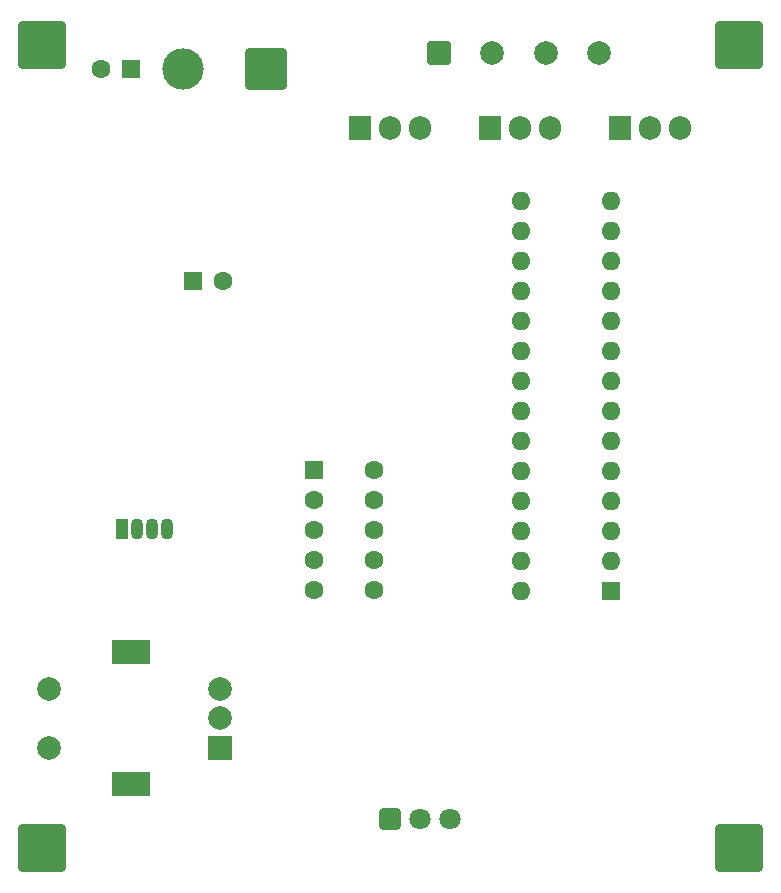
<source format=gbr>
%TF.GenerationSoftware,KiCad,Pcbnew,8.0.6*%
%TF.CreationDate,2025-02-24T13:58:07+01:00*%
%TF.ProjectId,DLA OCBEGO,444c4120-4f43-4424-9547-4f2e6b696361,rev?*%
%TF.SameCoordinates,Original*%
%TF.FileFunction,Soldermask,Bot*%
%TF.FilePolarity,Negative*%
%FSLAX46Y46*%
G04 Gerber Fmt 4.6, Leading zero omitted, Abs format (unit mm)*
G04 Created by KiCad (PCBNEW 8.0.6) date 2025-02-24 13:58:07*
%MOMM*%
%LPD*%
G01*
G04 APERTURE LIST*
G04 Aperture macros list*
%AMRoundRect*
0 Rectangle with rounded corners*
0 $1 Rounding radius*
0 $2 $3 $4 $5 $6 $7 $8 $9 X,Y pos of 4 corners*
0 Add a 4 corners polygon primitive as box body*
4,1,4,$2,$3,$4,$5,$6,$7,$8,$9,$2,$3,0*
0 Add four circle primitives for the rounded corners*
1,1,$1+$1,$2,$3*
1,1,$1+$1,$4,$5*
1,1,$1+$1,$6,$7*
1,1,$1+$1,$8,$9*
0 Add four rect primitives between the rounded corners*
20,1,$1+$1,$2,$3,$4,$5,0*
20,1,$1+$1,$4,$5,$6,$7,0*
20,1,$1+$1,$6,$7,$8,$9,0*
20,1,$1+$1,$8,$9,$2,$3,0*%
G04 Aperture macros list end*
%ADD10RoundRect,0.250000X-1.750000X-1.750000X1.750000X-1.750000X1.750000X1.750000X-1.750000X1.750000X0*%
%ADD11R,1.905000X2.000000*%
%ADD12O,1.905000X2.000000*%
%ADD13R,2.000000X2.000000*%
%ADD14C,2.000000*%
%ADD15R,3.200000X2.000000*%
%ADD16RoundRect,0.250000X-0.750000X-0.750000X0.750000X-0.750000X0.750000X0.750000X-0.750000X0.750000X0*%
%ADD17R,1.600000X1.600000*%
%ADD18C,1.600000*%
%ADD19O,1.600000X1.600000*%
%ADD20RoundRect,0.250200X-0.649800X-0.649800X0.649800X-0.649800X0.649800X0.649800X-0.649800X0.649800X0*%
%ADD21C,1.800000*%
%ADD22RoundRect,0.250002X1.499998X1.499998X-1.499998X1.499998X-1.499998X-1.499998X1.499998X-1.499998X0*%
%ADD23C,3.500000*%
%ADD24R,1.070000X1.800000*%
%ADD25O,1.070000X1.800000*%
G04 APERTURE END LIST*
D10*
%TO.C,J6*%
X135000000Y-133000000D03*
%TD*%
%TO.C,J5*%
X76000000Y-133000000D03*
%TD*%
%TO.C,J4*%
X135000000Y-65000000D03*
%TD*%
%TO.C,J3*%
X76000000Y-65000000D03*
%TD*%
D11*
%TO.C,Q1*%
X102920000Y-72000000D03*
D12*
X105460000Y-72000000D03*
X108000000Y-72000000D03*
%TD*%
D13*
%TO.C,SW1*%
X91030977Y-124500000D03*
D14*
X91030977Y-119500000D03*
X91030977Y-122000000D03*
D15*
X83530977Y-127600000D03*
X83530977Y-116400000D03*
D14*
X76530977Y-119500000D03*
X76530977Y-124500000D03*
%TD*%
D16*
%TO.C,J2*%
X109620761Y-65681049D03*
D14*
X114120761Y-65681049D03*
X118620761Y-65681049D03*
X123120761Y-65681049D03*
%TD*%
D17*
%TO.C,C7*%
X88794888Y-85000000D03*
D18*
X91294888Y-85000000D03*
%TD*%
D17*
%TO.C,U2*%
X124120000Y-111200000D03*
D19*
X124120000Y-108660000D03*
X124120000Y-106120000D03*
X124120000Y-103580000D03*
X124120000Y-101040000D03*
X124120000Y-98500000D03*
X124120000Y-95960000D03*
X124120000Y-93420000D03*
X124120000Y-90880000D03*
X124120000Y-88340000D03*
X124120000Y-85800000D03*
X124120000Y-83260000D03*
X124120000Y-80720000D03*
X124120000Y-78180000D03*
X116500000Y-78180000D03*
X116500000Y-80720000D03*
X116500000Y-83260000D03*
X116500000Y-85800000D03*
X116500000Y-88340000D03*
X116500000Y-90880000D03*
X116500000Y-93420000D03*
X116500000Y-95960000D03*
X116500000Y-98500000D03*
X116500000Y-101040000D03*
X116500000Y-103580000D03*
X116500000Y-106120000D03*
X116500000Y-108660000D03*
X116500000Y-111200000D03*
%TD*%
D11*
%TO.C,Q3*%
X124920000Y-72000000D03*
D12*
X127460000Y-72000000D03*
X130000000Y-72000000D03*
%TD*%
D17*
%TO.C,C3*%
X83500000Y-67000000D03*
D18*
X81000000Y-67000000D03*
%TD*%
D20*
%TO.C,U5*%
X105460000Y-130575000D03*
D21*
X108000000Y-130575000D03*
X110540000Y-130575000D03*
%TD*%
D22*
%TO.C,J1*%
X94960000Y-67055000D03*
D23*
X87960000Y-67055000D03*
%TD*%
D17*
%TO.C,U4*%
X99000000Y-100982500D03*
D18*
X99000000Y-103522500D03*
X99000000Y-106062500D03*
X99000000Y-108602500D03*
X99000000Y-111142500D03*
X104080000Y-111142500D03*
X104080000Y-108602500D03*
X104080000Y-106062500D03*
X104080000Y-103522500D03*
X104080000Y-100982500D03*
%TD*%
D24*
%TO.C,D1*%
X82730000Y-106000000D03*
D25*
X84000000Y-106000000D03*
X85270000Y-106000000D03*
X86540000Y-106000000D03*
%TD*%
D11*
%TO.C,Q2*%
X113920000Y-72000000D03*
D12*
X116460000Y-72000000D03*
X119000000Y-72000000D03*
%TD*%
M02*

</source>
